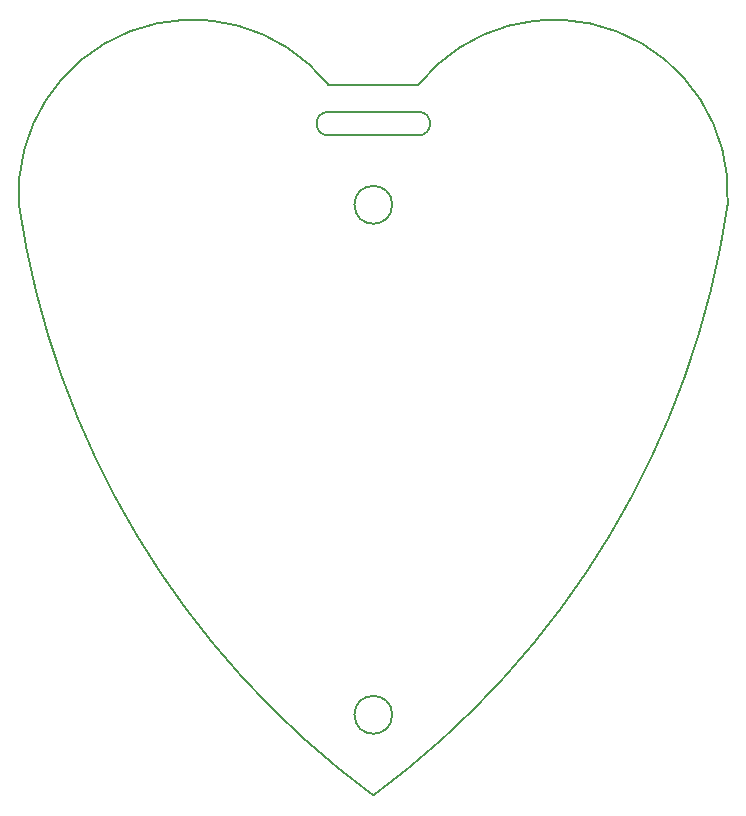
<source format=gm1>
%TF.GenerationSoftware,KiCad,Pcbnew,7.0.9*%
%TF.CreationDate,2024-03-20T17:49:37+05:30*%
%TF.ProjectId,Valentino,56616c65-6e74-4696-9e6f-2e6b69636164,v01*%
%TF.SameCoordinates,Original*%
%TF.FileFunction,Profile,NP*%
%FSLAX46Y46*%
G04 Gerber Fmt 4.6, Leading zero omitted, Abs format (unit mm)*
G04 Created by KiCad (PCBNEW 7.0.9) date 2024-03-20 17:49:37*
%MOMM*%
%LPD*%
G01*
G04 APERTURE LIST*
%TA.AperFunction,Profile*%
%ADD10C,0.200000*%
%TD*%
G04 APERTURE END LIST*
D10*
X148600000Y-66040000D02*
X156210000Y-66040000D01*
X148600000Y-70320000D02*
X156210000Y-70320000D01*
X148600000Y-68320000D02*
X156210000Y-68320000D01*
X148600000Y-68320000D02*
G75*
G03*
X148600000Y-70320000I0J-1000000D01*
G01*
X122399988Y-76200002D02*
G75*
G03*
X152400000Y-126199999I74905812J10943502D01*
G01*
X154000000Y-119380000D02*
G75*
G03*
X154000000Y-119380000I-1600000J0D01*
G01*
X152400000Y-126200000D02*
G75*
G03*
X182399999Y-76200000I-44905820J60943490D01*
G01*
X156210000Y-70320000D02*
G75*
G03*
X156210000Y-68320000I0J1000000D01*
G01*
X154000000Y-76200000D02*
G75*
G03*
X154000000Y-76200000I-1600000J0D01*
G01*
X148600005Y-66039996D02*
G75*
G03*
X122400000Y-76200000I-11498285J-9210414D01*
G01*
X182399997Y-76200000D02*
G75*
G03*
X156210001Y-66040000I-14696717J951160D01*
G01*
M02*

</source>
